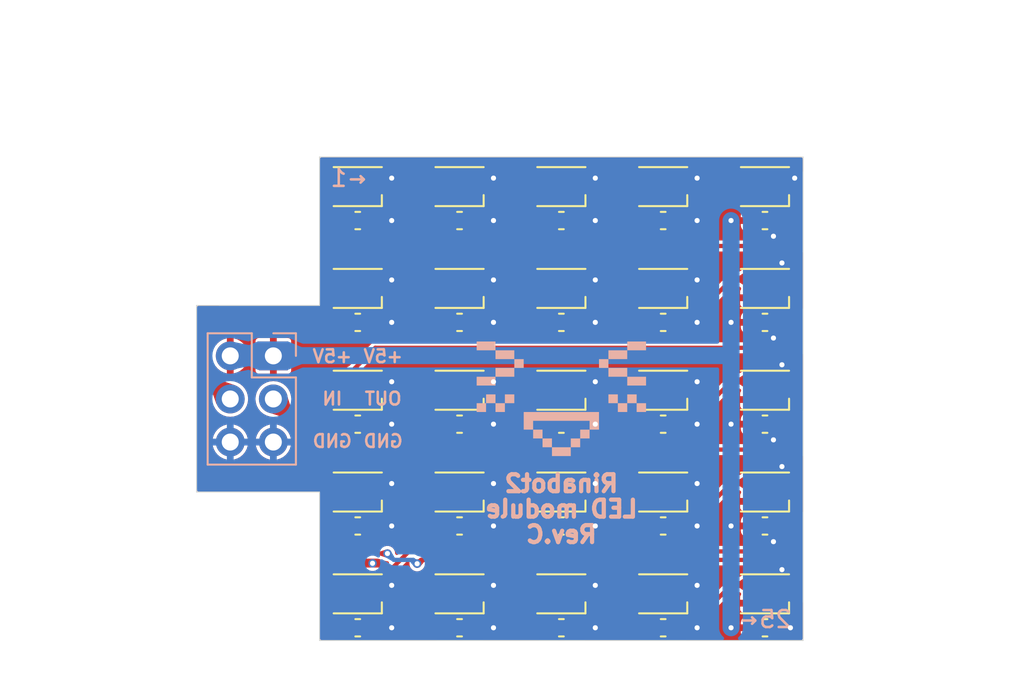
<source format=kicad_pcb>
(kicad_pcb (version 20240108) (generator "pcbnew") (generator_version "8.0")
  (layers (0 "F.Cu" signal) (31 "B.Cu" signal) (34 "B.Paste" user) (35 "F.Paste" user) (36 "B.SilkS" user "B.Silkscreen") (37 "F.SilkS" user "F.Silkscreen") (38 "B.Mask" user) (39 "F.Mask" user) (44 "Edge.Cuts" user))
  (net 0 "")
  (net 1 "+5V")
  (net 2 "GND")
  (net 3 "Net-(LD13-DO)")
  (net 4 "Net-(LD12-DO)")
  (net 5 "Net-(LD1-DO)")
  (net 6 "/DI")
  (net 7 "Net-(LD2-DO)")
  (net 8 "Net-(LD3-DO)")
  (net 9 "Net-(LD4-DO)")
  (net 10 "Net-(LD5-DO)")
  (net 11 "Net-(LD6-DO)")
  (net 12 "Net-(LD7-DO)")
  (net 13 "Net-(LD8-DO)")
  (net 14 "Net-(LD10-DI)")
  (net 15 "Net-(LD10-DO)")
  (net 16 "Net-(LD11-DO)")
  (net 17 "Net-(LD14-DO)")
  (net 18 "Net-(LD15-DO)")
  (net 19 "Net-(LD16-DO)")
  (net 20 "Net-(LD17-DO)")
  (net 21 "Net-(LD18-DO)")
  (net 22 "Net-(LD19-DO)")
  (net 23 "Net-(LD20-DO)")
  (net 24 "Net-(LD21-DO)")
  (net 25 "Net-(LD22-DO)")
  (net 26 "Net-(LD23-DO)")
  (net 27 "Net-(LD24-DO)")
  (net 28 "/DO")
  (footprint "LED_SMD:LED_WS2812B-2020_PLCC4_2.0x2.0mm" (layer "F.Cu") (at 133 70.5 180)
    (property "Reference" "LD17" (hide yes))
    (property "Value" "~")
  )
  (footprint "LED_SMD:LED_WS2812B-2020_PLCC4_2.0x2.0mm" (layer "F.Cu") (at 151 52.5 180)
    (property "Reference" "LD5" (hide yes))
    (property "Value" "~")
  )
  (footprint "Capacitor_SMD:C_0603_1608Metric" (layer "F.Cu") (at 127 72.5 180)
    (property "Reference" "C16" (hide yes))
    (property "Value" "0.1uF 1608")
  )
  (footprint "LED_SMD:LED_WS2812B-2020_PLCC4_2.0x2.0mm" (layer "F.Cu") (at 139 52.5 180)
    (property "Reference" "LD3" (hide yes))
    (property "Value" "~")
  )
  (footprint "Capacitor_SMD:C_0603_1608Metric" (layer "F.Cu") (at 151 66.5 180)
    (property "Reference" "C15" (hide yes))
    (property "Value" "0.1uF 1608")
  )
  (footprint "LED_SMD:LED_WS2812B-2020_PLCC4_2.0x2.0mm" (layer "F.Cu") (at 139 64.5 180)
    (property "Reference" "LD13" (hide yes))
    (property "Value" "~")
  )
  (footprint "Capacitor_SMD:C_0603_1608Metric" (layer "F.Cu") (at 127 78.5 180)
    (property "Reference" "C21" (hide yes))
    (property "Value" "0.1uF 1608")
  )
  (footprint "LED_SMD:LED_WS2812B-2020_PLCC4_2.0x2.0mm" (layer "F.Cu") (at 145 76.5 180)
    (property "Reference" "LD24" (hide yes))
    (property "Value" "~")
  )
  (footprint "Capacitor_SMD:C_0603_1608Metric" (layer "F.Cu") (at 139 66.5 180)
    (property "Reference" "C13" (hide yes))
    (property "Value" "0.1uF 1608")
  )
  (footprint "Capacitor_SMD:C_0603_1608Metric" (layer "F.Cu") (at 127 54.5 180)
    (property "Reference" "C1" (hide yes))
    (property "Value" "0.1uF 1608")
  )
  (footprint "Capacitor_SMD:C_0603_1608Metric" (layer "F.Cu") (at 133 54.5 180)
    (property "Reference" "C2" (hide yes))
    (property "Value" "0.1uF 1608")
  )
  (footprint "Capacitor_SMD:C_0603_1608Metric" (layer "F.Cu") (at 139 72.5 180)
    (property "Reference" "C18" (hide yes))
    (property "Value" "0.1uF 1608")
  )
  (footprint "Capacitor_SMD:C_0603_1608Metric" (layer "F.Cu") (at 133 60.5 180)
    (property "Reference" "C7" (hide yes))
    (property "Value" "0.1uF 1608")
  )
  (footprint "Capacitor_SMD:C_0603_1608Metric" (layer "F.Cu") (at 133 72.5 180)
    (property "Reference" "C17" (hide yes))
    (property "Value" "0.1uF 1608")
  )
  (footprint "Capacitor_SMD:C_0603_1608Metric" (layer "F.Cu") (at 145 78.5 180)
    (property "Reference" "C24" (hide yes))
    (property "Value" "0.1uF 1608")
  )
  (footprint "LED_SMD:LED_WS2812B-2020_PLCC4_2.0x2.0mm" (layer "F.Cu") (at 139 76.5 180)
    (property "Reference" "LD23" (hide yes))
    (property "Value" "~")
  )
  (footprint "LED_SMD:LED_WS2812B-2020_PLCC4_2.0x2.0mm" (layer "F.Cu") (at 145 64.5 180)
    (property "Reference" "LD14" (hide yes))
    (property "Value" "~")
  )
  (footprint "Capacitor_SMD:C_0603_1608Metric" (layer "F.Cu") (at 139 60.5 180)
    (property "Reference" "C8" (hide yes))
    (property "Value" "0.1uF 1608")
  )
  (footprint "LED_SMD:LED_WS2812B-2020_PLCC4_2.0x2.0mm" (layer "F.Cu") (at 133 58.5 180)
    (property "Reference" "LD7" (hide yes))
    (property "Value" "~")
  )
  (footprint "Capacitor_SMD:C_0603_1608Metric" (layer "F.Cu") (at 127 60.5 180)
    (property "Reference" "C6" (hide yes))
    (property "Value" "0.1uF 1608")
  )
  (footprint "Capacitor_SMD:C_0603_1608Metric" (layer "F.Cu") (at 133 78.5 180)
    (property "Reference" "C22" (hide yes))
    (property "Value" "0.1uF 1608")
  )
  (footprint "Capacitor_SMD:C_0603_1608Metric" (layer "F.Cu") (at 139 78.5 180)
    (property "Reference" "C23" (hide yes))
    (property "Value" "0.1uF 1608")
  )
  (footprint "LED_SMD:LED_WS2812B-2020_PLCC4_2.0x2.0mm" (layer "F.Cu") (at 139 70.5 180)
    (property "Reference" "LD18" (hide yes))
    (property "Value" "~")
  )
  (footprint "LED_SMD:LED_WS2812B-2020_PLCC4_2.0x2.0mm" (layer "F.Cu") (at 127 76.5 180)
    (property "Reference" "LD21" (hide yes))
    (property "Value" "~")
  )
  (footprint "Capacitor_SMD:C_0603_1608Metric" (layer "F.Cu") (at 139 54.5 180)
    (property "Reference" "C3" (hide yes))
    (property "Value" "0.1uF 1608")
  )
  (footprint "LED_SMD:LED_WS2812B-2020_PLCC4_2.0x2.0mm" (layer "F.Cu") (at 133 64.5 180)
    (property "Reference" "LD12" (hide yes))
    (property "Value" "~")
  )
  (footprint "LED_SMD:LED_WS2812B-2020_PLCC4_2.0x2.0mm" (layer "F.Cu") (at 139 58.5 180)
    (property "Reference" "LD8" (hide yes))
    (property "Value" "~")
  )
  (footprint "LED_SMD:LED_WS2812B-2020_PLCC4_2.0x2.0mm" (layer "F.Cu") (at 151 64.5 180)
    (property "Reference" "LD15" (hide yes))
    (property "Value" "~")
  )
  (footprint "Capacitor_SMD:C_0603_1608Metric" (layer "F.Cu") (at 133 66.5 180)
    (property "Reference" "C12" (hide yes))
    (property "Value" "0.1uF 1608")
  )
  (footprint "LED_SMD:LED_WS2812B-2020_PLCC4_2.0x2.0mm" (layer "F.Cu") (at 151 76.5 180)
    (property "Reference" "LD25" (hide yes))
    (property "Value" "~")
  )
  (footprint "LED_SMD:LED_WS2812B-2020_PLCC4_2.0x2.0mm" (layer "F.Cu") (at 127 58.5 180)
    (property "Reference" "LD6" (hide yes))
    (property "Value" "~")
  )
  (footprint "LED_SMD:LED_WS2812B-2020_PLCC4_2.0x2.0mm" (layer "F.Cu") (at 133 76.5 180)
    (property "Reference" "LD22" (hide yes))
    (property "Value" "~")
  )
  (footprint "Capacitor_SMD:C_0603_1608Metric" (layer "F.Cu") (at 151 72.5 180)
    (property "Reference" "C20" (hide yes))
    (property "Value" "0.1uF 1608")
  )
  (footprint "LED_SMD:LED_WS2812B-2020_PLCC4_2.0x2.0mm" (layer "F.Cu") (at 151 58.5 180)
    (property "Reference" "LD10" (hide yes))
    (property "Value" "~")
  )
  (footprint "Capacitor_SMD:C_0603_1608Metric" (layer "F.Cu") (at 151 60.5 180)
    (property "Reference" "C10" (hide yes))
    (property "Value" "0.1uF 1608")
  )
  (footprint "LED_SMD:LED_WS2812B-2020_PLCC4_2.0x2.0mm" (layer "F.Cu") (at 127 70.5 180)
    (property "Reference" "LD16" (hide yes))
    (property "Value" "~")
  )
  (footprint "Capacitor_SMD:C_0603_1608Metric" (layer "F.Cu") (at 145 60.5 180)
    (property "Reference" "C9" (hide yes))
    (property "Value" "0.1uF 1608")
  )
  (footprint "Capacitor_SMD:C_0603_1608Metric" (layer "F.Cu") (at 151 54.5 180)
    (property "Reference" "C5" (hide yes))
    (property "Value" "0.1uF 1608")
  )
  (footprint "LED_SMD:LED_WS2812B-2020_PLCC4_2.0x2.0mm" (layer "F.Cu") (at 145 52.5 180)
    (property "Reference" "LD4" (hide yes))
    (property "Value" "~")
  )
  (footprint "LED_SMD:LED_WS2812B-2020_PLCC4_2.0x2.0mm" (layer "F.Cu") (at 133 52.5 180)
    (property "Reference" "LD2" (hide yes))
    (property "Value" "~")
  )
  (footprint "Capacitor_SMD:C_0603_1608Metric" (layer "F.Cu") (at 145 54.5 180)
    (property "Reference" "C4" (hide yes))
    (property "Value" "0.1uF 1608")
  )
  (footprint "LED_SMD:LED_WS2812B-2020_PLCC4_2.0x2.0mm" (layer "F.Cu") (at 151 70.5 180)
    (property "Reference" "LD20" (hide yes))
    (property "Value" "~")
  )
  (footprint "Capacitor_SMD:C_0603_1608Metric" (layer "F.Cu") (at 145 66.5 180)
    (property "Reference" "C14" (hide yes))
    (property "Value" "0.1uF 1608")
  )
  (footprint "Capacitor_SMD:C_0603_1608Metric" (layer "F.Cu") (at 151 78.5 180)
    (property "Reference" "C25" (hide yes))
    (property "Value" "0.1uF 1608")
  )
  (footprint "LED_SMD:LED_WS2812B-2020_PLCC4_2.0x2.0mm" (layer "F.Cu") (at 145 58.5 180)
    (property "Reference" "LD9" (hide yes))
    (property "Value" "~")
  )
  (footprint "Capacitor_SMD:C_0603_1608Metric" (layer "F.Cu") (at 127 66.5 180)
    (property "Reference" "C11" (hide yes))
    (property "Value" "0.1uF 1608")
  )
  (footprint "LED_SMD:LED_WS2812B-2020_PLCC4_2.0x2.0mm" (layer "F.Cu") (at 127 52.5 180)
    (property "Reference" "LD1" (hide yes))
    (property "Value" "~")
  )
  (footprint "LED_SMD:LED_WS2812B-2020_PLCC4_2.0x2.0mm" (layer "F.Cu") (at 145 70.5 180)
    (property "Reference" "LD19" (hide yes))
    (property "Value" "~")
  )
  (footprint "LED_SMD:LED_WS2812B-2020_PLCC4_2.0x2.0mm" (layer "F.Cu") (at 127 64.5 180)
    (property "Reference" "LD11" (hide yes))
    (property "Value" "~")
  )
  (footprint "Capacitor_SMD:C_0603_1608Metric" (layer "F.Cu") (at 145 72.5 180)
    (property "Reference" "C19" (hide yes))
    (property "Value" "0.1uF 1608")
  )
  (footprint "LOGO" (layer "B.Cu") (at 139 65 180)
    (property "Reference" "G***" (hide yes))
    (property "Value" "LOGO" (hide yes))
  )
  (footprint "Connector_PinHeader_2.54mm:PinHeader_2x03_P2.54mm_Vertical" (layer "B.Cu") (at 122.025 62.475 180)
    (property "Reference" "J1" (hide yes))
    (property "Value" "2x3 pin socket")
  )
  (gr_line (start 117.5 59.5) (end 124.75 59.5) (stroke (width 0.05)) (layer "Edge.Cuts"))
  (gr_line (start 124.75 79.25) (end 124.75 70.5) (stroke (width 0.05)) (layer "Edge.Cuts"))
  (gr_line (start 153.25 50.75) (end 153.25 79.25) (stroke (width 0.05)) (layer "Edge.Cuts"))
  (gr_line (start 117.5 70.5) (end 117.5 59.5) (stroke (width 0.05)) (layer "Edge.Cuts"))
  (gr_line (start 153.25 79.25) (end 124.75 79.25) (stroke (width 0.05)) (layer "Edge.Cuts"))
  (gr_line (start 124.75 59.5) (end 124.75 50.75) (stroke (width 0.05)) (layer "Edge.Cuts"))
  (gr_line (start 124.75 70.5) (end 117.5 70.5) (stroke (width 0.05)) (layer "Edge.Cuts"))
  (gr_line (start 124.75 50.75) (end 153.25 50.75) (stroke (width 0.05)) (layer "Edge.Cuts"))
  (gr_text "←1" (at 126.5 52 0) (layer "B.SilkS") (effects (font (size 1 1)) (justify mirror)))
  (gr_text "GND" (at 125.5 67.5 0) (layer "B.SilkS") (effects (font (size 0.75 0.75)) (justify mirror)))
  (gr_text "OUT" (at 128.5 65 0) (layer "B.SilkS") (effects (font (size 0.75 0.75)) (justify mirror)))
  (gr_text "+5V" (at 125.5 62.5 0) (layer "B.SilkS") (effects (font (size 0.75 0.75)) (justify mirror)))
  (gr_text "25←" (at 151 78 0) (layer "B.SilkS") (effects (font (size 1 1)) (justify mirror)))
  (gr_text "LED module" (at 139 71.5 0) (layer "B.SilkS") (effects (font (size 1 1) (thickness 0.25)) (justify mirror)))
  (gr_text "Rinabot2" (at 139 70 0) (layer "B.SilkS") (effects (font (size 1 1) (thickness 0.25)) (justify mirror)))
  (gr_text "Rev.C" (at 139 73 0) (layer "B.SilkS") (effects (font (size 1 1) (thickness 0.25)) (justify mirror)))
  (gr_text "IN" (at 125.5 65 0) (layer "B.SilkS") (effects (font (size 0.75 0.75)) (justify mirror)))
  (gr_text "GND" (at 128.5 67.5 0) (layer "B.SilkS") (effects (font (size 0.75 0.75)) (justify mirror)))
  (gr_text "+5V" (at 128.5 62.5 0) (layer "B.SilkS") (effects (font (size 0.75 0.75)) (justify mirror)))
  (segment (start 126.085 60.36) (end 126.225 60.5) (width 0.2) (layer "F.Cu") (net 1))
  (segment (start 138.085 65.05) (end 138.085 66.36) (width 0.2) (layer "F.Cu") (net 1))
  (segment (start 132.085 71.05) (end 132.085 72.36) (width 0.2) (layer "F.Cu") (net 1))
  (segment (start 138.085 53.05) (end 138.085 54.36) (width 0.2) (layer "F.Cu") (net 1))
  (segment (start 138.085 66.36) (end 138.225 66.5) (width 0.2) (layer "F.Cu") (net 1))
  (segment (start 144.085 71.05) (end 144.085 72.36) (width 0.2) (layer "F.Cu") (net 1))
  (segment (start 150.085 53.05) (end 150.085 54.36) (width 0.2) (layer "F.Cu") (net 1))
  (segment (start 138.085 78.36) (end 138.225 78.5) (width 0.2) (layer "F.Cu") (net 1))
  (segment (start 150.085 60.36) (end 150.225 60.5) (width 0.2) (layer "F.Cu") (net 1))
  (segment (start 138.085 71.05) (end 138.085 72.36) (width 0.2) (layer "F.Cu") (net 1))
  (segment (start 144.085 60.36) (end 144.225 60.5) (width 0.2) (layer "F.Cu") (net 1))
  (segment (start 132.085 59.05) (end 132.085 60.36) (width 0.2) (layer "F.Cu") (net 1))
  (segment (start 150.225 60.5) (end 149 60.5) (width 0.2) (layer "F.Cu") (net 1))
  (segment (start 126.085 54.36) (end 126.225 54.5) (width 0.2) (layer "F.Cu") (net 1))
  (segment (start 150.225 72.5) (end 149 72.5) (width 0.2) (layer "F.Cu") (net 1))
  (segment (start 144.085 77.05) (end 144.085 78.36) (width 0.2) (layer "F.Cu") (net 1))
  (segment (start 125.435 77.71) (end 126.225 78.5) (width 0.2) (layer "F.Cu") (net 1))
  (segment (start 144.085 59.05) (end 144.085 60.36) (width 0.2) (layer "F.Cu") (net 1))
  (segment (start 132.085 60.36) (end 132.225 60.5) (width 0.2) (layer "F.Cu") (net 1))
  (segment (start 126.085 59.05) (end 126.085 60.36) (width 0.2) (layer "F.Cu") (net 1))
  (segment (start 144.085 66.36) (end 144.225 66.5) (width 0.2) (layer "F.Cu") (net 1))
  (segment (start 126.0345 74.7005) (end 125.435 75.3) (width 0.2) (layer "F.Cu") (net 1))
  (segment (start 150.085 59.05) (end 150.085 60.36) (width 0.2) (layer "F.Cu") (net 1))
  (segment (start 138.085 60.36) (end 138.225 60.5) (width 0.2) (layer "F.Cu") (net 1))
  (segment (start 125.435 75.3) (end 125.435 77.71) (width 0.2) (layer "F.Cu") (net 1))
  (segment (start 138.085 77.05) (end 138.085 78.36) (width 0.2) (layer "F.Cu") (net 1))
  (segment (start 132.085 53.05) (end 132.085 54.36) (width 0.2) (layer "F.Cu") (net 1))
  (segment (start 150.085 71.05) (end 150.085 72.36) (width 0.2) (layer "F.Cu") (net 1))
  (segment (start 150.225 78.5) (end 149 78.5) (width 0.2) (layer "F.Cu") (net 1))
  (segment (start 126.085 66.36) (end 126.225 66.5) (width 0.2) (layer "F.Cu") (net 1))
  (segment (start 126.085 65.05) (end 126.085 66.36) (width 0.2) (layer "F.Cu") (net 1))
  (segment (start 144.085 78.36) (end 144.225 78.5) (width 0.2) (layer "F.Cu") (net 1))
  (segment (start 126.085 78.36) (end 126.225 78.5) (width 0.2) (layer "F.Cu") (net 1))
  (segment (start 144.085 53.05) (end 144.085 54.36) (width 0.2) (layer "F.Cu") (net 1))
  (segment (start 144.085 54.36) (end 144.225 54.5) (width 0.2) (layer "F.Cu") (net 1))
  (segment (start 126.085 71.05) (end 126.085 72.36) (width 0.2) (layer "F.Cu") (net 1))
  (segment (start 150.225 66.5) (end 149 66.5) (width 0.2) (layer "F.Cu") (net 1))
  (segment (start 138.085 72.36) (end 138.225 72.5) (width 0.2) (layer "F.Cu") (net 1))
  (segment (start 150.085 78.36) (end 150.225 78.5) (width 0.2) (layer "F.Cu") (net 1))
  (segment (start 132.085 65.05) (end 132.085 66.36) (width 0.2) (layer "F.Cu") (net 1))
  (segment (start 132.085 72.36) (end 132.225 72.5) (width 0.2) (layer "F.Cu") (net 1))
  (segment (start 126.085 53.05) (end 126.085 54.36) (width 0.2) (layer "F.Cu") (net 1))
  (segment (start 126.085 72.36) (end 126.225 72.5) (width 0.2) (layer "F.Cu") (net 1))
  (segment (start 127.872076 74.7005) (end 126.0345 74.7005) (width 0.2) (layer "F.Cu") (net 1))
  (segment (start 150.225 54.5) (end 149 54.5) (width 0.2) (layer "F.Cu") (net 1))
  (segment (start 150.085 65.05) (end 150.085 66.36) (width 0.2) (layer "F.Cu") (net 1))
  (segment (start 132.085 78.36) (end 132.225 78.5) (width 0.2) (layer "F.Cu") (net 1))
  (segment (start 132.085 77.05) (end 132.085 78.36) (width 0.2) (layer "F.Cu") (net 1))
  (segment (start 126.085 77.05) (end 126.085 78.36) (width 0.2) (layer "F.Cu") (net 1))
  (segment (start 150.085 77.05) (end 150.085 78.36) (width 0.2) (layer "F.Cu") (net 1))
  (segment (start 138.085 59.05) (end 138.085 60.36) (width 0.2) (layer "F.Cu") (net 1))
  (segment (start 138.085 54.36) (end 138.225 54.5) (width 0.2) (layer "F.Cu") (net 1))
  (segment (start 150.085 54.36) (end 150.225 54.5) (width 0.2) (layer "F.Cu") (net 1))
  (segment (start 144.085 72.36) (end 144.225 72.5) (width 0.2) (layer "F.Cu") (net 1))
  (segment (start 150.085 66.36) (end 150.225 66.5) (width 0.2) (layer "F.Cu") (net 1))
  (segment (start 150.085 72.36) (end 150.225 72.5) (width 0.2) (layer "F.Cu") (net 1))
  (segment (start 132.085 66.36) (end 132.225 66.5) (width 0.2) (layer "F.Cu") (net 1))
  (segment (start 144.085 65.05) (end 144.085 66.36) (width 0.2) (layer "F.Cu") (net 1))
  (segment (start 132.085 54.36) (end 132.225 54.5) (width 0.2) (layer "F.Cu") (net 1))
  (via (at 149 78.5) (size 0.5) (drill 0.3) (layers "F.Cu" "B.Cu") (net 1))
  (via (at 149 60.5) (size 0.5) (drill 0.3) (layers "F.Cu" "B.Cu") (net 1))
  (via (at 149 72.5) (size 0.5) (drill 0.3) (layers "F.Cu" "B.Cu") (net 1))
  (via (at 149 66.5) (size 0.5) (drill 0.3) (layers "F.Cu" "B.Cu") (net 1))
  (via (at 149 54.5) (size 0.5) (drill 0.3) (layers "F.Cu" "B.Cu") (net 1))
  (via (at 127.872076 74.7005) (size 0.5) (drill 0.3) (layers "F.Cu" "B.Cu") (net 1))
  (segment (start 122 62.46) (end 148.96 62.46) (width 1) (layer "B.Cu") (net 1))
  (segment (start 149 62.5) (end 149 72.5) (width 1) (layer "B.Cu") (net 1))
  (segment (start 149 72.5) (end 149 78.5) (width 1) (layer "B.Cu") (net 1))
  (segment (start 119.46 62.46) (end 122 62.46) (width 1) (layer "B.Cu") (net 1))
  (segment (start 149 54.5) (end 149 62.5) (width 1) (layer "B.Cu") (net 1))
  (segment (start 148.96 62.46) (end 149 62.5) (width 1) (layer "B.Cu") (net 1))
  (segment (start 151.775 61.1505) (end 151.5 61.4255) (width 0.2) (layer "F.Cu") (net 2))
  (segment (start 139.915 51.95) (end 140.95 51.95) (width 0.2) (layer "F.Cu") (net 2))
  (segment (start 151.775 55.1505) (end 151.5 55.4255) (width 0.2) (layer "F.Cu") (net 2))
  (segment (start 127.915 69.95) (end 128.95 69.95) (width 0.2) (layer "F.Cu") (net 2))
  (segment (start 133.915 63.95) (end 134.95 63.95) (width 0.2) (layer "F.Cu") (net 2))
  (segment (start 146.95 51.95) (end 147 52) (width 0.2) (layer "F.Cu") (net 2))
  (segment (start 133.775 60.5) (end 135 60.5) (width 0.2) (layer "F.Cu") (net 2))
  (segment (start 127.775 60.5) (end 129 60.5) (width 0.2) (layer "F.Cu") (net 2))
  (segment (start 151.915 51.95) (end 152.7 51.95) (width 0.2) (layer "F.Cu") (net 2))
  (segment (start 139.915 69.95) (end 140.95 69.95) (width 0.2) (layer "F.Cu") (net 2))
  (segment (start 145.775 66.5) (end 147 66.5) (width 0.2) (layer "F.Cu") (net 2))
  (segment (start 133.775 54.5) (end 135 54.5) (width 0.2) (layer "F.Cu") (net 2))
  (segment (start 145.915 69.95) (end 146.95 69.95) (width 0.2) (layer "F.Cu") (net 2))
  (segment (start 127.915 51.95) (end 128.95 51.95) (width 0.2) (layer "F.Cu") (net 2))
  (segment (start 134.95 69.95) (end 135 70) (width 0.2) (layer "F.Cu") (net 2))
  (segment (start 128.95 69.95) (end 129 70) (width 0.2) (layer "F.Cu") (net 2))
  (segment (start 145.775 60.5) (end 147 60.5) (width 0.2) (layer "F.Cu") (net 2))
  (segment (start 146.95 57.95) (end 147 58) (width 0.2) (layer "F.Cu") (net 2))
  (segment (start 151.915 75.1595) (end 152 75.0745) (width 0.2) (layer "F.Cu") (net 2))
  (segment (start 133.775 78.5) (end 135 78.5) (width 0.2) (layer "F.Cu") (net 2))
  (segment (start 133.915 51.95) (end 134.95 51.95) (width 0.2) (layer "F.Cu") (net 2))
  (segment (start 128.95 63.95) (end 129 64) (width 0.2) (layer "F.Cu") (net 2))
  (segment (start 151.915 63.085) (end 152 63) (width 0.2) (layer "F.Cu") (net 2))
  (segment (start 134.95 63.95) (end 135 64) (width 0.2) (layer "F.Cu") (net 2))
  (segment (start 133.775 66.5) (end 135 66.5) (width 0.2) (layer "F.Cu") (net 2))
  (segment (start 151.775 78.5) (end 152.5 78.5) (width 0.2) (layer "F.Cu") (net 2))
  (segment (start 128.95 51.95) (end 129 52) (width 0.2) (layer "F.Cu") (net 2))
  (segment (start 127.775 78.5) (end 129 78.5) (width 0.2) (layer "F.Cu") (net 2))
  (segment (start 134.95 51.95) (end 135 52) (width 0.2) (layer "F.Cu") (net 2))
  (segment (start 145.915 63.95) (end 146.95 63.95) (width 0.2) (layer "F.Cu") (net 2))
  (segment (start 127.775 54.5) (end 129 54.5) (width 0.2) (layer "F.Cu") (net 2))
  (segment (start 128.95 57.95) (end 129 58) (width 0.2) (layer "F.Cu") (net 2))
  (segment (start 151.775 54.5) (end 151.775 55.1505) (width 0.2) (layer "F.Cu") (net 2))
  (segment (start 145.915 75.95) (end 146.95 75.95) (width 0.2) (layer "F.Cu") (net 2))
  (segment (start 140.95 63.95) (end 141 64) (width 0.2) (layer "F.Cu") (net 2))
  (segment (start 127.915 75.95) (end 128.95 75.95) (width 0.2) (layer "F.Cu") (net 2))
  (segment (start 151.915 69.085) (end 152 69) (width 0.2) (layer "F.Cu") (net 2))
  (segment (start 140.95 75.95) (end 141 76) (width 0.2) (layer "F.Cu") (net 2))
  (segment (start 140.95 69.95) (end 141 70) (width 0.2) (layer "F.Cu") (net 2))
  (segment (start 151.775 72.5) (end 151.775 73.1505) (width 0.2) (layer "F.Cu") (net 2))
  (segment (start 152.7 51.95) (end 152.75 52) (width 0.2) (layer "F.Cu") (net 2))
  (segment (start 139.775 72.5) (end 141 72.5) (width 0.2) (layer "F.Cu") (net 2))
  (segment (start 145.775 78.5) (end 147 78.5) (width 0.2) (layer "F.Cu") (net 2))
  (segment (start 151.775 67.1505) (end 151.5 67.4255) (width 0.2) (layer "F.Cu") (net 2))
  (segment (start 145.775 54.5) (end 147 54.5) (width 0.2) (layer "F.Cu") (net 2))
  (segment (start 145.915 51.95) (end 146.95 51.95) (width 0.2) (layer "F.Cu") (net 2))
  (segment (start 151.915 69.95) (end 151.915 69.085) (width 0.2) (layer "F.Cu") (net 2))
  (segment (start 146.95 75.95) (end 147 76) (width 0.2) (layer "F.Cu") (net 2))
  (segment (start 127.775 72.5) (end 129 72.5) (width 0.2) (layer "F.Cu") (net 2))
  (segment (start 146.95 63.95) (end 147 64) (width 0.2) (layer "F.Cu") (net 2))
  (segment (start 145.915 57.95) (end 146.95 57.95) (width 0.2) (layer "F.Cu") (net 2))
  (segment (start 139.915 75.95) (end 140.95 75.95) (width 0.2) (layer "F.Cu") (net 2))
  (segment (start 145.775 72.5) (end 147 72.5) (width 0.2) (layer "F.Cu") (net 2))
  (segment (start 134.95 57.95) (end 135 58) (width 0.2) (layer "F.Cu") (net 2))
  (segment (start 139.775 66.5) (end 141 66.5) (width 0.2) (layer "F.Cu") (net 2))
  (segment (start 139.775 78.5) (end 141 78.5) (width 0.2) (layer "F.Cu") (net 2))
  (segment (start 151.775 73.1505) (end 151.5 73.4255) (width 0.2) (layer "F.Cu") (net 2))
  (segment (start 127.775 66.5) (end 129 66.5) (width 0.2) (layer "F.Cu") (net 2))
  (segment (start 133.915 57.95) (end 134.95 57.95) (width 0.2) (layer "F.Cu") (net 2))
  (segment (start 139.775 60.5) (end 141 60.5) (width 0.2) (layer "F.Cu") (net 2))
  (segment (start 127.915 63.95) (end 128.95 63.95) (width 0.2) (layer "F.Cu") (net 2))
  (segment (start 151.915 63.95) (end 151.915 63.085) (width 0.2) (layer "F.Cu") (net 2))
  (segment (start 151.775 66.5) (end 151.775 67.1505) (width 0.2) (layer "F.Cu") (net 2))
  (segment (start 133.915 69.95) (end 134.95 69.95) (width 0.2) (layer "F.Cu") (net 2))
  (segment (start 128.95 75.95) (end 129 76) (width 0.2) (layer "F.Cu") (net 2))
  (segment (start 140.95 57.95) (end 141 58) (width 0.2) (layer "F.Cu") (net 2))
  (segment (start 140.95 51.95) (end 141 52) (width 0.2) (layer "F.Cu") (net 2))
  (segment (start 151.915 57.95) (end 151.915 57.085) (width 0.2) (layer "F.Cu") (net 2))
  (segment (start 139.775 54.5) (end 141 54.5) (width 0.2) (layer "F.Cu") (net 2))
  (segment (start 133.775 72.5) (end 135 72.5) (width 0.2) (layer "F.Cu") (net 2))
  (segment (start 139.915 57.95) (end 140.95 57.95) (width 0.2) (layer "F.Cu") (net 2))
  (segment (start 133.915 75.95) (end 134.95 75.95) (width 0.2) (layer "F.Cu") (net 2))
  (segment (start 151.775 60.5) (end 151.775 61.1505) (width 0.2) (layer "F.Cu") (net 2))
  (segment (start 127.915 57.95) (end 128.95 57.95) (width 0.2) (layer "F.Cu") (net 2))
  (segment (start 151.915 75.95) (end 151.915 75.1595) (width 0.2) (layer "F.Cu") (net 2))
  (segment (start 139.915 63.95) (end 140.95 63.95) (width 0.2) (layer "F.Cu") (net 2))
  (segment (start 134.95 75.95) (end 135 76) (width 0.2) (layer "F.Cu") (net 2))
  (segment (start 146.95 69.95) (end 147 70) (width 0.2) (layer "F.Cu") (net 2))
  (segment (start 151.915 57.085) (end 152 57) (width 0.2) (layer "F.Cu") (net 2))
  (via (at 129 64) (size 0.5) (drill 0.3) (layers "F.Cu" "B.Cu") (net 2))
  (via (at 147 72.5) (size 0.5) (drill 0.3) (layers "F.Cu" "B.Cu") (net 2))
  (via (at 135 70) (size 0.5) (drill 0.3) (layers "F.Cu" "B.Cu") (net 2))
  (via (at 141 58) (size 0.5) (drill 0.3) (layers "F.Cu" "B.Cu") (net 2))
  (via (at 151.5 61.4255) (size 0.5) (drill 0.3) (layers "F.Cu" "B.Cu") (net 2))
  (via (at 152 69) (size 0.5) (drill 0.3) (layers "F.Cu" "B.Cu") (net 2))
  (via (at 135 66.5) (size 0.5) (drill 0.3) (layers "F.Cu" "B.Cu") (net 2))
  (via (at 135 60.5) (size 0.5) (drill 0.3) (layers "F.Cu" "B.Cu") (net 2))
  (via (at 141 70) (size 0.5) (drill 0.3) (layers "F.Cu" "B.Cu") (net 2))
  (via (at 152.75 52) (size 0.5) (drill 0.3) (layers "F.Cu" "B.Cu") (net 2))
  (via (at 129 60.5) (size 0.5) (drill 0.3) (layers "F.Cu" "B.Cu") (net 2))
  (via (at 141 52) (size 0.5) (drill 0.3) (layers "F.Cu" "B.Cu") (net 2))
  (via (at 147 66.5) (size 0.5) (drill 0.3) (layers "F.Cu" "B.Cu") (net 2))
  (via (at 135 76) (size 0.5) (drill 0.3) (layers "F.Cu" "B.Cu") (net 2))
  (via (at 147 70) (size 0.5) (drill 0.3) (layers "F.Cu" "B.Cu") (net 2))
  (via (at 129 72.5) (size 0.5) (drill 0.3) (layers "F.Cu" "B.Cu") (net 2))
  (via (at 135 52) (size 0.5) (drill 0.3) (layers "F.Cu" "B.Cu") (net 2))
  (via (at 135 64) (size 0.5) (drill 0.3) (layers "F.Cu" "B.Cu") (net 2))
  (via (at 129 78.5) (size 0.5) (drill 0.3) (layers "F.Cu" "B.Cu") (net 2))
  (via (at 141 66.5) (size 0.5) (drill 0.3) (layers "F.Cu" "B.Cu") (net 2))
  (via (at 151.5 73.4255) (size 0.5) (drill 0.3) (layers "F.Cu" "B.Cu") (net 2))
  (via (at 151.5 67.4255) (size 0.5) (drill 0.3) (layers "F.Cu" "B.Cu") (net 2))
  (via (at 135 72.5) (size 0.5) (drill 0.3) (layers "F.Cu" "B.Cu") (net 2))
  (via (at 147 58) (size 0.5) (drill 0.3) (layers "F.Cu" "B.Cu") (net 2))
  (via (at 152.5 78.5) (size 0.5) (drill 0.3) (layers "F.Cu" "B.Cu") (net 2))
  (via (at 147 76) (size 0.5) (drill 0.3) (layers "F.Cu" "B.Cu") (net 2))
  (via (at 152 75.0745) (size 0.5) (drill 0.3) (layers "F.Cu" "B.Cu") (net 2))
  (via (at 129 54.5) (size 0.5) (drill 0.3) (layers "F.Cu" "B.Cu") (net 2))
  (via (at 147 60.5) (size 0.5) (drill 0.3) (layers "F.Cu" "B.Cu") (net 2))
  (via (at 141 54.5) (size 0.5) (drill 0.3) (layers "F.Cu" "B.Cu") (net 2))
  (via (at 135 54.5) (size 0.5) (drill 0.3) (layers "F.Cu" "B.Cu") (net 2))
  (via (at 135 78.5) (size 0.5) (drill 0.3) (layers "F.Cu" "B.Cu") (net 2))
  (via (at 151.5 55.4255) (size 0.5) (drill 0.3) (layers "F.Cu" "B.Cu") (net 2))
  (via (at 129 76) (size 0.5) (drill 0.3) (layers "F.Cu" "B.Cu") (net 2))
  (via (at 129 66.5) (size 0.5) (drill 0.3) (layers "F.Cu" "B.Cu") (net 2))
  (via (at 129 58) (size 0.5) (drill 0.3) (layers "F.Cu" "B.Cu") (net 2))
  (via (at 141 76) (size 0.5) (drill 0.3) (layers "F.Cu" "B.Cu") (net 2))
  (via (at 152 63) (size 0.5) (drill 0.3) (layers "F.Cu" "B.Cu") (net 2))
  (via (at 129 70) (size 0.5) (drill 0.3) (layers "F.Cu" "B.Cu") (net 2))
  (via (at 147 64) (size 0.5) (drill 0.3) (layers "F.Cu" "B.Cu") (net 2))
  (via (at 141 60.5) (size 0.5) (drill 0.3) (layers "F.Cu" "B.Cu") (net 2))
  (via (at 141 72.5) (size 0.5) (drill 0.3) (layers "F.Cu" "B.Cu") (net 2))
  (via (at 141 78.5) (size 0.5) (drill 0.3) (layers "F.Cu" "B.Cu") (net 2))
  (via (at 147 54.5) (size 0.5) (drill 0.3) (layers "F.Cu" "B.Cu") (net 2))
  (via (at 129 52) (size 0.5) (drill 0.3) (layers "F.Cu" "B.Cu") (net 2))
  (via (at 135 58) (size 0.5) (drill 0.3) (layers "F.Cu" "B.Cu") (net 2))
  (via (at 152 57) (size 0.5) (drill 0.3) (layers "F.Cu" "B.Cu") (net 2))
  (via (at 147 78.5) (size 0.5) (drill 0.3) (layers "F.Cu" "B.Cu") (net 2))
  (via (at 147 52) (size 0.5) (drill 0.3) (layers "F.Cu" "B.Cu") (net 2))
  (via (at 141 64) (size 0.5) (drill 0.3) (layers "F.Cu" "B.Cu") (net 2))
  (segment (start 143.05 63.95) (end 144.085 63.95) (width 0.25) (layer "F.Cu") (net 3))
  (segment (start 139.915 65.05) (end 141.95 65.05) (width 0.25) (layer "F.Cu") (net 3))
  (segment (start 141.95 65.05) (end 143.05 63.95) (width 0.25) (layer "F.Cu") (net 3))
  (segment (start 133.915 65.05) (end 135.95 65.05) (width 0.25) (layer "F.Cu") (net 4))
  (segment (start 137.05 63.95) (end 138.085 63.95) (width 0.25) (layer "F.Cu") (net 4))
  (segment (start 135.95 65.05) (end 137.05 63.95) (width 0.25) (layer "F.Cu") (net 4))
  (segment (start 131.05 51.95) (end 132.085 51.95) (width 0.25) (layer "F.Cu") (net 5))
  (segment (start 127.915 53.05) (end 129.95 53.05) (width 0.25) (layer "F.Cu") (net 5))
  (segment (start 129.95 53.05) (end 131.05 51.95) (width 0.25) (layer "F.Cu") (net 5))
  (segment (start 118.15 63.69) (end 119.46 65) (width 0.25) (layer "F.Cu") (net 6))
  (segment (start 118.15 60.85) (end 118.15 63.69) (width 0.25) (layer "F.Cu") (net 6))
  (segment (start 125.25 52) (end 125.25 59.606066) (width 0.25) (layer "F.Cu") (net 6))
  (segment (start 126.085 51.95) (end 125.3 51.95) (width 0.25) (layer "F.Cu") (net 6))
  (segment (start 125.3 51.95) (end 125.25 52) (width 0.25) (layer "F.Cu") (net 6))
  (segment (start 125.25 59.606066) (end 124.856066 60) (width 0.25) (layer "F.Cu") (net 6))
  (segment (start 119 60) (end 118.15 60.85) (width 0.25) (layer "F.Cu") (net 6))
  (segment (start 124.856066 60) (end 119 60) (width 0.25) (layer "F.Cu") (net 6))
  (segment (start 135.95 53.05) (end 137.05 51.95) (width 0.25) (layer "F.Cu") (net 7))
  (segment (start 137.05 51.95) (end 138.085 51.95) (width 0.25) (layer "F.Cu") (net 7))
  (segment (start 133.915 53.05) (end 135.95 53.05) (width 0.25) (layer "F.Cu") (net 7))
  (segment (start 139.915 53.05) (end 141.95 53.05) (width 0.25) (layer "F.Cu") (net 8))
  (segment (start 143.05 51.95) (end 144.085 51.95) (width 0.25) (layer "F.Cu") (net 8))
  (segment (start 141.95 53.05) (end 143.05 51.95) (width 0.25) (layer "F.Cu") (net 8))
  (segment (start 145.915 53.05) (end 147.95 53.05) (width 0.25) (layer "F.Cu") (net 9))
  (segment (start 149.05 51.95) (end 150.085 51.95) (width 0.25) (layer "F.Cu") (net 9))
  (segment (start 147.95 53.05) (end 149.05 51.95) (width 0.25) (layer "F.Cu") (net 9))
  (segment (start 128.035 56) (end 126.085 57.95) (width 0.25) (layer "F.Cu") (net 10))
  (segment (start 153 56) (end 128.035 56) (width 0.25) (layer "F.Cu") (net 10))
  (segment (start 153 54.135) (end 153 56) (width 0.25) (layer "F.Cu") (net 10))
  (segment (start 151.915 53.05) (end 153 54.135) (width 0.25) (layer "F.Cu") (net 10))
  (segment (start 129.95 59.05) (end 131.05 57.95) (width 0.25) (layer "F.Cu") (net 11))
  (segment (start 131.05 57.95) (end 132.085 57.95) (width 0.25) (layer "F.Cu") (net 11))
  (segment (start 127.915 59.05) (end 129.95 59.05) (width 0.25) (layer "F.Cu") (net 11))
  (segment (start 137.05 57.95) (end 138.085 57.95) (width 0.25) (layer "F.Cu") (net 12))
  (segment (start 135.95 59.05) (end 137.05 57.95) (width 0.25) (layer "F.Cu") (net 12))
  (segment (start 133.915 59.05) (end 135.95 59.05) (width 0.25) (layer "F.Cu") (net 12))
  (segment (start 143.05 57.95) (end 144.085 57.95) (width 0.25) (layer "F.Cu") (net 13))
  (segment (start 141.95 59.05) (end 143.05 57.95) (width 0.25) (layer "F.Cu") (net 13))
  (segment (start 139.915 59.05) (end 141.95 59.05) (width 0.25) (layer "F.Cu") (net 13))
  (segment (start 145.915 59.05) (end 147.95 59.05) (width 0.25) (layer "F.Cu") (net 14))
  (segment (start 147.95 59.05) (end 149.05 57.95) (width 0.25) (layer "F.Cu") (net 14))
  (segment (start 149.05 57.95) (end 150.085 57.95) (width 0.25) (layer "F.Cu") (net 14))
  (segment (start 151.915 59.05) (end 153 60.135) (width 0.25) (layer "F.Cu") (net 15))
  (segment (start 153 60.135) (end 153 62) (width 0.25) (layer "F.Cu") (net 15))
  (segment (start 153 62) (end 128.035 62) (width 0.25) (layer "F.Cu") (net 15))
  (segment (start 128.035 62) (end 126.085 63.95) (width 0.25) (layer "F.Cu") (net 15))
  (segment (start 129.95 65.05) (end 131.05 63.95) (width 0.25) (layer "F.Cu") (net 16))
  (segment (start 131.05 63.95) (end 132.085 63.95) (width 0.25) (layer "F.Cu") (net 16))
  (segment (start 127.915 65.05) (end 129.95 65.05) (width 0.25) (layer "F.Cu") (net 16))
  (segment (start 149.05 63.95) (end 150.085 63.95) (width 0.25) (layer "F.Cu") (net 17))
  (segment (start 147.95 65.05) (end 149.05 63.95) (width 0.25) (layer "F.Cu") (net 17))
  (segment (start 145.915 65.05) (end 147.95 65.05) (width 0.25) (layer "F.Cu") (net 17))
  (segment (start 153 66.135) (end 153 68) (width 0.25) (layer "F.Cu") (net 18))
  (segment (start 153 68) (end 128.035 68) (width 0.25) (layer "F.Cu") (net 18))
  (segment (start 151.915 65.05) (end 153 66.135) (width 0.25) (layer "F.Cu") (net 18))
  (segment (start 128.035 68) (end 126.085 69.95) (width 0.25) (layer "F.Cu") (net 18))
  (segment (start 129.95 71.05) (end 131.05 69.95) (width 0.25) (layer "F.Cu") (net 19))
  (segment (start 127.915 71.05) (end 129.95 71.05) (width 0.25) (layer "F.Cu") (net 19))
  (segment (start 131.05 69.95) (end 132.085 69.95) (width 0.25) (layer "F.Cu") (net 19))
  (segment (start 137.05 69.95) (end 138.085 69.95) (width 0.25) (layer "F.Cu") (net 20))
  (segment (start 135.95 71.05) (end 137.05 69.95) (width 0.25) (layer "F.Cu") (net 20))
  (segment (start 133.915 71.05) (end 135.95 71.05) (width 0.25) (layer "F.Cu") (net 20))
  (segment (start 143.05 69.95) (end 144.085 69.95) (width 0.25) (layer "F.Cu") (net 21))
  (segment (start 141.95 71.05) (end 143.05 69.95) (width 0.25) (layer "F.Cu") (net 21))
  (segment (start 139.915 71.05) (end 141.95 71.05) (width 0.25) (layer "F.Cu") (net 21))
  (segment (start 149.05 69.95) (end 150.085 69.95) (width 0.25) (layer "F.Cu") (net 22))
  (segment (start 147.95 71.05) (end 149.05 69.95) (width 0.25) (layer "F.Cu") (net 22))
  (segment (start 145.915 71.05) (end 147.95 71.05) (width 0.25) (layer "F.Cu") (net 22))
  (segment (start 151.915 71.05) (end 153 72.1175) (width 0.25) (layer "F.Cu") (net 23))
  (segment (start 153 72.1175) (end 153 74) (width 0.25) (layer "F.Cu") (net 23))
  (segment (start 126.76 75.275) (end 126.085 75.95) (width 0.25) (layer "F.Cu") (net 23))
  (segment (start 130.0175 74) (end 128.7425 75.275) (width 0.25) (layer "F.Cu") (net 23))
  (segment (start 153 74) (end 130.0175 74) (width 0.25) (layer "F.Cu") (net 23))
  (segment (start 128.7425 75.275) (end 126.76 75.275) (width 0.25) (layer "F.Cu") (net 23))
  (segment (start 127.915 77.05) (end 129.95 77.05) (width 0.25) (layer "F.Cu") (net 24))
  (segment (start 129.95 77.05) (end 131.05 75.95) (width 0.25) (layer "F.Cu") (net 24))
  (segment (start 131.05 75.95) (end 132.085 75.95) (width 0.25) (layer "F.Cu") (net 24))
  (segment (start 135.95 77.05) (end 137.05 75.95) (width 0.25) (layer "F.Cu") (net 25))
  (segment (start 133.915 77.05) (end 135.95 77.05) (width 0.25) (layer "F.Cu") (net 25))
  (segment (start 137.05 75.95) (end 138.085 75.95) (width 0.25) (layer "F.Cu") (net 25))
  (segment (start 141.95 77.05) (end 143.05 75.95) (width 0.25) (layer "F.Cu") (net 26))
  (segment (start 139.915 77.05) (end 141.95 77.05) (width 0.25) (layer "F.Cu") (net 26))
  (segment (start 143.05 75.95) (end 144.085 75.95) (width 0.25) (layer "F.Cu") (net 26))
  (segment (start 147.95 77.05) (end 149.05 75.95) (width 0.25) (layer "F.Cu") (net 27))
  (segment (start 145.915 77.05) (end 147.95 77.05) (width 0.25) (layer "F.Cu") (net 27))
  (segment (start 149.05 75.95) (end 150.085 75.95) (width 0.25) (layer "F.Cu") (net 27))
  (segment (start 153 74.5) (end 153 76.565) (width 0.25) (layer "F.Cu") (net 28))
  (segment (start 130.7245 74.5) (end 153 74.5) (width 0.25) (layer "F.Cu") (net 28))
  (segment (start 153 76.565) (end 152.515 77.05) (width 0.25) (layer "F.Cu") (net 28))
  (segment (start 128.75 74.125) (end 125.625 74.125) (width 0.2) (layer "F.Cu") (net 28))
  (segment (start 125.435 68.435) (end 122 65) (width 0.2) (layer "F.Cu") (net 28))
  (segment (start 152.515 77.05) (end 151.915 77.05) (width 0.25) (layer "F.Cu") (net 28))
  (segment (start 130.5 74.7245) (end 130.7245 74.5) (width 0.25) (layer "F.Cu") (net 28))
  (segment (start 125.625 74.125) (end 125.435 73.935) (width 0.2) (layer "F.Cu") (net 28))
  (segment (start 125.435 73.935) (end 125.435 68.435) (width 0.2) (layer "F.Cu") (net 28))
  (via (at 130.5 74.7245) (size 0.5) (drill 0.3) (layers "F.Cu" "B.Cu") (net 28))
  (via (at 128.75 74.125) (size 0.5) (drill 0.3) (layers "F.Cu" "B.Cu") (net 28))
  (segment (start 130.2755 74.5) (end 130.5 74.7245) (width 0.25) (layer "B.Cu") (net 28))
  (segment (start 129.125 74.5) (end 130.2755 74.5) (width 0.25) (layer "B.Cu") (net 28))
  (segment (start 128.75 74.125) (end 129.125 74.5) (width 0.25) (layer "B.Cu") (net 28))
  (zone (net 1) (net_name "+5V") (layer "F.Cu") (priority 1) (connect_pads (clearance 0.2)) (min_thickness 0.2) (fill yes (thermal_gap 0.2) (thermal_bridge_width 0.4))
    (polygon (pts (xy 116 48) (xy 156 48) (xy 156 82) (xy 116 82)))
  )
  (zone (net 2) (net_name "GND") (layer "B.Cu") (connect_pads (clearance 0.2)) (min_thickness 0.2) (fill yes (thermal_gap 0.2) (thermal_bridge_width 0.4))
    (polygon (pts (xy 155 49) (xy 117 49) (xy 117 81) (xy 155 81)))
  )
)
</source>
